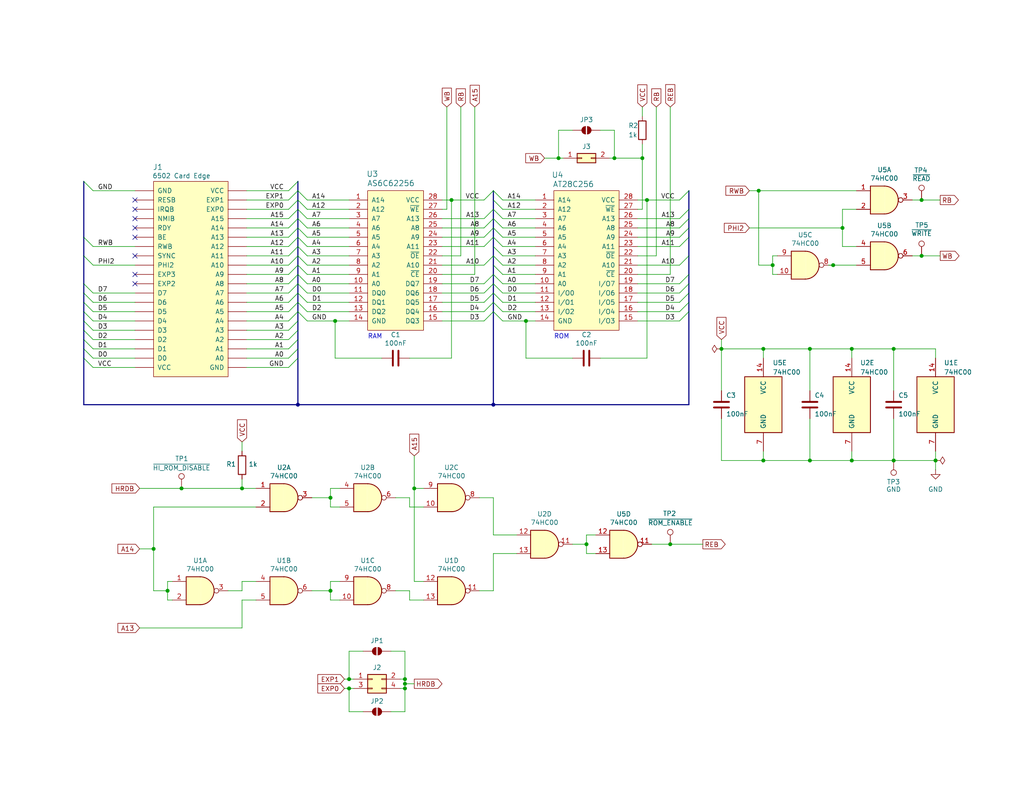
<source format=kicad_sch>
(kicad_sch (version 20231120) (generator "eeschema") (generator_version "8.0")
  (paper "USLetter")
  (title_block (title "6502 Memory Card") (date "2024-06-12") (rev "1.0") (company "A.C. Wright Design"))
  (lib_symbols
    (symbol "6502 Parts:6502 Card Edge" (pin_names (offset 1.016)) (in_bom no)
      (property "Reference" "J" (at -10.16 28.448 0))
      (property "Value" "6502 Card Edge" (at -5.588 26.924 0))
      (symbol "6502 Card Edge_1_0"
        (pin bidirectional line (at 15.24 -22.86 180) (length 5.08) (name "A0") (number "A0"))
        (pin bidirectional line (at 15.24 -20.32 180) (length 5.08) (name "A1") (number "A1"))
        (pin bidirectional line (at 15.24 2.54 180) (length 5.08) (name "A10") (number "A10"))
        (pin bidirectional line (at 15.24 5.08 180) (length 5.08) (name "A11") (number "A11"))
        (pin bidirectional line (at 15.24 7.62 180) (length 5.08) (name "A12") (number "A12"))
        (pin bidirectional line (at 15.24 10.16 180) (length 5.08) (name "A13") (number "A13"))
        (pin bidirectional line (at 15.24 12.7 180) (length 5.08) (name "A14") (number "A14"))
        (pin bidirectional line (at 15.24 15.24 180) (length 5.08) (name "A15") (number "A15"))
        (pin bidirectional line (at 15.24 -17.78 180) (length 5.08) (name "A2") (number "A2"))
        (pin bidirectional line (at 15.24 -15.24 180) (length 5.08) (name "A3") (number "A3"))
        (pin bidirectional line (at 15.24 -12.7 180) (length 5.08) (name "A4") (number "A4"))
        (pin bidirectional line (at 15.24 -10.16 180) (length 5.08) (name "A5") (number "A5"))
        (pin bidirectional line (at 15.24 -7.62 180) (length 5.08) (name "A6") (number "A6"))
        (pin bidirectional line (at 15.24 -5.08 180) (length 5.08) (name "A7") (number "A7"))
        (pin bidirectional line (at 15.24 -2.54 180) (length 5.08) (name "A8") (number "A8"))
        (pin bidirectional line (at 15.24 0 180) (length 5.08) (name "A9") (number "A9"))
        (pin bidirectional line (at -15.24 10.16 0) (length 5.08) (name "BE") (number "BE"))
        (pin bidirectional line (at -15.24 -22.86 0) (length 5.08) (name "D0") (number "D0"))
        (pin bidirectional line (at -15.24 -20.32 0) (length 5.08) (name "D1") (number "D1"))
        (pin bidirectional line (at -15.24 -17.78 0) (length 5.08) (name "D2") (number "D2"))
        (pin bidirectional line (at -15.24 -15.24 0) (length 5.08) (name "D3") (number "D3"))
        (pin bidirectional line (at -15.24 -12.7 0) (length 5.08) (name "D4") (number "D4"))
        (pin bidirectional line (at -15.24 -10.16 0) (length 5.08) (name "D5") (number "D5"))
        (pin bidirectional line (at -15.24 -7.62 0) (length 5.08) (name "D6") (number "D6"))
        (pin bidirectional line (at -15.24 -5.08 0) (length 5.08) (name "D7") (number "D7"))
        (pin bidirectional line (at 15.24 17.78 180) (length 5.08) (name "EXP0") (number "EXP0"))
        (pin bidirectional line (at 15.24 20.32 180) (length 5.08) (name "EXP1") (number "EXP1"))
        (pin bidirectional line (at -15.24 -2.54 0) (length 5.08) (name "EXP2") (number "EXP2"))
        (pin bidirectional line (at -15.24 0 0) (length 5.08) (name "EXP3") (number "EXP3"))
        (pin power_in line (at -15.24 22.86 0) (length 5.08) (name "GND") (number "GND"))
        (pin power_in line (at 15.24 -25.4 180) (length 5.08) (name "GND") (number "GND"))
        (pin bidirectional line (at -15.24 17.78 0) (length 5.08) (name "IRQB") (number "IRQB"))
        (pin bidirectional line (at -15.24 15.24 0) (length 5.08) (name "NMIB") (number "NMIB"))
        (pin bidirectional line (at -15.24 2.54 0) (length 5.08) (name "PHI2") (number "PHI2"))
        (pin bidirectional line (at -15.24 12.7 0) (length 5.08) (name "RDY") (number "RDY"))
        (pin bidirectional line (at -15.24 20.32 0) (length 5.08) (name "RESB") (number "RESB"))
        (pin bidirectional line (at -15.24 7.62 0) (length 5.08) (name "RWB") (number "RWB"))
        (pin bidirectional line (at -15.24 5.08 0) (length 5.08) (name "SYNC") (number "SYNC"))
        (pin power_in line (at -15.24 -25.4 0) (length 5.08) (name "VCC") (number "VCC"))
        (pin power_in line (at 15.24 22.86 180) (length 5.08) (name "VCC") (number "VCC"))
      )
    )
    (symbol "6502 Parts:AS6C62256" (pin_names (offset 1.016))
      (property "Reference" "U" (at 4.572 6.35 0))
      (property "Value" "AS6C62256" (at 4.826 4.064 0))
      (symbol "AS6C62256_1_0"
        (pin input line (at 0 0 0) (length 5.08) (name "A14") (number "1"))
        (pin input line (at 0 -22.86 0) (length 5.08) (name "A0") (number "10"))
        (pin bidirectional line (at 0 -25.4 0) (length 5.08) (name "DQ0") (number "11"))
        (pin bidirectional line (at 0 -27.94 0) (length 5.08) (name "DQ1") (number "12"))
        (pin bidirectional line (at 0 -30.48 0) (length 5.08) (name "DQ2") (number "13"))
        (pin power_in line (at 0 -33.02 0) (length 5.08) (name "GND") (number "14"))
        (pin bidirectional line (at 25.4 -33.02 180) (length 5.08) (name "DQ3") (number "15"))
        (pin bidirectional line (at 25.4 -30.48 180) (length 5.08) (name "DQ4") (number "16"))
        (pin bidirectional line (at 25.4 -27.94 180) (length 5.08) (name "DQ5") (number "17"))
        (pin bidirectional line (at 25.4 -25.4 180) (length 5.08) (name "DQ6") (number "18"))
        (pin bidirectional line (at 25.4 -22.86 180) (length 5.08) (name "DQ7") (number "19"))
        (pin input line (at 0 -2.54 0) (length 5.08) (name "A12") (number "2"))
        (pin input line (at 25.4 -20.32 180) (length 5.08) (name "~{CE}") (number "20"))
        (pin input line (at 25.4 -17.78 180) (length 5.08) (name "A10") (number "21"))
        (pin input line (at 25.4 -15.24 180) (length 5.08) (name "~{OE}") (number "22"))
        (pin input line (at 25.4 -12.7 180) (length 5.08) (name "A11") (number "23"))
        (pin input line (at 25.4 -10.16 180) (length 5.08) (name "A9") (number "24"))
        (pin input line (at 25.4 -7.62 180) (length 5.08) (name "A8") (number "25"))
        (pin input line (at 25.4 -5.08 180) (length 5.08) (name "A13") (number "26"))
        (pin input line (at 25.4 -2.54 180) (length 5.08) (name "~{WE}") (number "27"))
        (pin power_in line (at 25.4 0 180) (length 5.08) (name "VCC") (number "28"))
        (pin input line (at 0 -5.08 0) (length 5.08) (name "A7") (number "3"))
        (pin input line (at 0 -7.62 0) (length 5.08) (name "A6") (number "4"))
        (pin input line (at 0 -10.16 0) (length 5.08) (name "A5") (number "5"))
        (pin input line (at 0 -12.7 0) (length 5.08) (name "A4") (number "6"))
        (pin input line (at 0 -15.24 0) (length 5.08) (name "A3") (number "7"))
        (pin input line (at 0 -17.78 0) (length 5.08) (name "A2") (number "8"))
        (pin input line (at 0 -20.32 0) (length 5.08) (name "A1") (number "9"))
      )
    )
    (symbol "6502 Parts:AT28C256" (pin_names (offset 1.016))
      (property "Reference" "U" (at 4.826 6.858 0))
      (property "Value" "AT28C256" (at 4.826 4.318 0))
      (symbol "AT28C256_1_0"
        (pin bidirectional line (at 0 0 0) (length 5.08) (name "A14") (number "1"))
        (pin bidirectional line (at 0 -22.86 0) (length 5.08) (name "A0") (number "10"))
        (pin bidirectional line (at 0 -25.4 0) (length 5.08) (name "I/O0") (number "11"))
        (pin bidirectional line (at 0 -27.94 0) (length 5.08) (name "I/O1") (number "12"))
        (pin bidirectional line (at 0 -30.48 0) (length 5.08) (name "I/O2") (number "13"))
        (pin power_in line (at 0 -33.02 0) (length 5.08) (name "GND") (number "14"))
        (pin bidirectional line (at 27.94 -33.02 180) (length 5.08) (name "I/O3") (number "15"))
        (pin bidirectional line (at 27.94 -30.48 180) (length 5.08) (name "I/O4") (number "16"))
        (pin bidirectional line (at 27.94 -27.94 180) (length 5.08) (name "I/O5") (number "17"))
        (pin bidirectional line (at 27.94 -25.4 180) (length 5.08) (name "I/O6") (number "18"))
        (pin bidirectional line (at 27.94 -22.86 180) (length 5.08) (name "I/O7") (number "19"))
        (pin bidirectional line (at 0 -2.54 0) (length 5.08) (name "A12") (number "2"))
        (pin bidirectional line (at 27.94 -20.32 180) (length 5.08) (name "~{CE}") (number "20"))
        (pin bidirectional line (at 27.94 -17.78 180) (length 5.08) (name "A10") (number "21"))
        (pin bidirectional line (at 27.94 -15.24 180) (length 5.08) (name "~{OE}") (number "22"))
        (pin bidirectional line (at 27.94 -12.7 180) (length 5.08) (name "A11") (number "23"))
        (pin bidirectional line (at 27.94 -10.16 180) (length 5.08) (name "A9") (number "24"))
        (pin bidirectional line (at 27.94 -7.62 180) (length 5.08) (name "A8") (number "25"))
        (pin bidirectional line (at 27.94 -5.08 180) (length 5.08) (name "A13") (number "26"))
        (pin bidirectional line (at 27.94 -2.54 180) (length 5.08) (name "~{WE}") (number "27"))
        (pin power_in line (at 27.94 0 180) (length 5.08) (name "VCC") (number "28"))
        (pin bidirectional line (at 0 -5.08 0) (length 5.08) (name "A7") (number "3"))
        (pin bidirectional line (at 0 -7.62 0) (length 5.08) (name "A6") (number "4"))
        (pin bidirectional line (at 0 -10.16 0) (length 5.08) (name "A5") (number "5"))
        (pin bidirectional line (at 0 -12.7 0) (length 5.08) (name "A4") (number "6"))
        (pin bidirectional line (at 0 -15.24 0) (length 5.08) (name "A3") (number "7"))
        (pin bidirectional line (at 0 -17.78 0) (length 5.08) (name "A2") (number "8"))
        (pin bidirectional line (at 0 -20.32 0) (length 5.08) (name "A1") (number "9"))
      )
    )
    (symbol "74xx:74HC00" (pin_names (offset 1.016))
      (property "Reference" "U" (at 0 1.27 0))
      (property "Value" "74HC00" (at 0 -1.27 0))
      (symbol "74HC00_1_1"
        (pin input line (at -7.62 2.54 0) (length 3.81) (name "~") (number "1"))
        (pin input line (at -7.62 -2.54 0) (length 3.81) (name "~") (number "2"))
        (pin output inverted (at 7.62 0 180) (length 3.81) (name "~") (number "3"))
      )
      (symbol "74HC00_1_2"
        (pin input inverted (at -7.62 2.54 0) (length 4.318) (name "~") (number "1"))
        (pin input inverted (at -7.62 -2.54 0) (length 4.318) (name "~") (number "2"))
        (pin output line (at 7.62 0 180) (length 3.81) (name "~") (number "3"))
      )
      (symbol "74HC00_2_1"
        (pin input line (at -7.62 2.54 0) (length 3.81) (name "~") (number "4"))
        (pin input line (at -7.62 -2.54 0) (length 3.81) (name "~") (number "5"))
        (pin output inverted (at 7.62 0 180) (length 3.81) (name "~") (number "6"))
      )
      (symbol "74HC00_2_2"
        (pin input inverted (at -7.62 2.54 0) (length 4.318) (name "~") (number "4"))
        (pin input inverted (at -7.62 -2.54 0) (length 4.318) (name "~") (number "5"))
        (pin output line (at 7.62 0 180) (length 3.81) (name "~") (number "6"))
      )
      (symbol "74HC00_3_1"
        (pin input line (at -7.62 -2.54 0) (length 3.81) (name "~") (number "10"))
        (pin output inverted (at 7.62 0 180) (length 3.81) (name "~") (number "8"))
        (pin input line (at -7.62 2.54 0) (length 3.81) (name "~") (number "9"))
      )
      (symbol "74HC00_3_2"
        (pin input inverted (at -7.62 -2.54 0) (length 4.318) (name "~") (number "10"))
        (pin output line (at 7.62 0 180) (length 3.81) (name "~") (number "8"))
        (pin input inverted (at -7.62 2.54 0) (length 4.318) (name "~") (number "9"))
      )
      (symbol "74HC00_4_1"
        (pin output inverted (at 7.62 0 180) (length 3.81) (name "~") (number "11"))
        (pin input line (at -7.62 2.54 0) (length 3.81) (name "~") (number "12"))
        (pin input line (at -7.62 -2.54 0) (length 3.81) (name "~") (number "13"))
      )
      (symbol "74HC00_4_2"
        (pin output line (at 7.62 0 180) (length 3.81) (name "~") (number "11"))
        (pin input inverted (at -7.62 2.54 0) (length 4.318) (name "~") (number "12"))
        (pin input inverted (at -7.62 -2.54 0) (length 4.318) (name "~") (number "13"))
      )
      (symbol "74HC00_5_0"
        (pin power_in line (at 0 12.7 270) (length 5.08) (name "VCC") (number "14"))
        (pin power_in line (at 0 -12.7 90) (length 5.08) (name "GND") (number "7"))
      )
    )
    (symbol "Connector:TestPoint" (pin_numbers hide) (pin_names (offset 0.762) hide)
      (property "Reference" "TP" (at 0 6.858 0))
      (property "Value" "TestPoint" (at 0 5.08 0))
      (symbol "TestPoint_1_1"
        (pin passive line (at 0 0 90) (length 2.54) (name "1") (number "1"))
      )
    )
    (symbol "Connector_Generic:Conn_02x01" (pin_names (offset 1.016) hide)
      (property "Reference" "J" (at 1.27 2.54 0))
      (property "Value" "Conn_02x01" (at 1.27 -2.54 0))
      (symbol "Conn_02x01_1_1"
        (pin passive line (at -5.08 0 0) (length 3.81) (name "Pin_1") (number "1"))
        (pin passive line (at 7.62 0 180) (length 3.81) (name "Pin_2") (number "2"))
      )
    )
    (symbol "Connector_Generic:Conn_02x02_Odd_Even" (pin_names (offset 1.016) hide)
      (property "Reference" "J" (at 1.27 2.54 0))
      (property "Value" "Conn_02x02_Odd_Even" (at 1.27 -5.08 0))
      (symbol "Conn_02x02_Odd_Even_1_1"
        (pin passive line (at -5.08 0 0) (length 3.81) (name "Pin_1") (number "1"))
        (pin passive line (at 7.62 0 180) (length 3.81) (name "Pin_2") (number "2"))
        (pin passive line (at -5.08 -2.54 0) (length 3.81) (name "Pin_3") (number "3"))
        (pin passive line (at 7.62 -2.54 180) (length 3.81) (name "Pin_4") (number "4"))
      )
    )
    (symbol "Device:C" (pin_numbers hide) (pin_names (offset 0.254))
      (property "Reference" "C" (at 0.635 2.54 0))
      (property "Value" "C" (at 0.635 -2.54 0))
      (symbol "C_1_1"
        (pin passive line (at 0 3.81 270) (length 2.794) (name "~") (number "1"))
        (pin passive line (at 0 -3.81 90) (length 2.794) (name "~") (number "2"))
      )
    )
    (symbol "Device:R" (pin_numbers hide) (pin_names (offset 0))
      (property "Reference" "R" (at 2.032 0 90))
      (property "Value" "R" (at 0 0 90))
      (symbol "R_1_1"
        (pin passive line (at 0 3.81 270) (length 1.27) (name "~") (number "1"))
        (pin passive line (at 0 -3.81 90) (length 1.27) (name "~") (number "2"))
      )
    )
    (symbol "Jumper:SolderJumper_2_Open" (pin_numbers hide) (pin_names (offset 0) hide) (exclude_from_sim yes) (in_bom no)
      (property "Reference" "JP" (at 0 2.032 0))
      (property "Value" "SolderJumper_2_Open" (at 0 -2.54 0))
      (symbol "SolderJumper_2_Open_1_1"
        (pin passive line (at -3.81 0 0) (length 2.54) (name "A") (number "1"))
        (pin passive line (at 3.81 0 180) (length 2.54) (name "B") (number "2"))
      )
    )
    (symbol "power:GND" (power) (pin_numbers hide) (pin_names (offset 0) hide)
      (property "Value" "GND" (at 0 -3.81 0))
      (symbol "GND_1_1"
        (pin power_in line (at 0 0 270) (length 0) (name "~") (number "1"))
      )
    )
    (symbol "power:PWR_FLAG" (power) (pin_numbers hide) (pin_names (offset 0) hide)
      (property "Value" "PWR_FLAG" (at 0 3.81 0))
      (symbol "PWR_FLAG_0_0"
        (pin power_out line (at 0 0 90) (length 0) (name "~") (number "1"))
      )
    )
  )
  (junction (at 227.33 72.39))
  (junction (at 210.82 72.39))
  (junction (at 175.26 43.18))
  (junction (at 220.98 95.25))
  (junction (at 208.28 95.25))
  (junction (at 90.17 135.89))
  (junction (at 66.04 133.35))
  (junction (at 123.19 54.61))
  (junction (at 95.25 185.42))
  (junction (at 207.01 52.07))
  (junction (at 134.62 110.49))
  (junction (at 91.44 87.63))
  (junction (at 255.27 125.73))
  (junction (at 243.84 125.73))
  (junction (at 81.28 110.49))
  (junction (at 229.87 62.23))
  (junction (at 196.85 95.25))
  (junction (at 220.98 125.73))
  (junction (at 232.41 95.25))
  (junction (at 160.02 148.59))
  (junction (at 90.17 161.29))
  (junction (at 251.46 54.61))
  (junction (at 182.88 148.59))
  (junction (at 208.28 125.73))
  (junction (at 49.53 133.35))
  (junction (at 110.49 187.96))
  (junction (at 95.25 187.96))
  (junction (at 110.49 185.42))
  (junction (at 113.03 133.35))
  (junction (at 45.72 161.29))
  (junction (at 41.91 149.86))
  (junction (at 232.41 125.73))
  (junction (at 167.64 43.18))
  (junction (at 243.84 95.25))
  (junction (at 251.46 69.85))
  (junction (at 176.53 54.61))
  (junction (at 143.51 87.63))
  (junction (at 110.49 186.69))
  (junction (at 152.4 43.18))
  (no_connect (at 36.83 64.77))
  (no_connect (at 36.83 54.61))
  (no_connect (at 36.83 59.69))
  (no_connect (at 36.83 57.15))
  (no_connect (at 36.83 69.85))
  (no_connect (at 36.83 77.47))
  (no_connect (at 36.83 74.93))
  (no_connect (at 36.83 62.23))
  (bus_entry (at 134.62 64.77) (size 2.54 2.54))
  (bus_entry (at 81.28 77.47) (size 2.54 2.54))
  (bus_entry (at 187.96 62.23) (size -2.54 2.54))
  (bus_entry (at 78.74 100.33) (size 2.54 -2.54))
  (bus_entry (at 81.28 74.93) (size 2.54 2.54))
  (bus_entry (at 22.86 77.47) (size 2.54 2.54))
  (bus_entry (at 81.28 69.85) (size 2.54 2.54))
  (bus_entry (at 78.74 52.07) (size 2.54 -2.54))
  (bus_entry (at 134.62 85.09) (size -2.54 2.54))
  (bus_entry (at 81.28 54.61) (size 2.54 2.54))
  (bus_entry (at 81.28 67.31) (size 2.54 2.54))
  (bus_entry (at 81.28 92.71) (size -2.54 2.54))
  (bus_entry (at 81.28 59.69) (size -2.54 2.54))
  (bus_entry (at 22.86 49.53) (size 2.54 2.54))
  (bus_entry (at 22.86 97.79) (size 2.54 2.54))
  (bus_entry (at 81.28 80.01) (size -2.54 2.54))
  (bus_entry (at 134.62 80.01) (size -2.54 2.54))
  (bus_entry (at 187.96 74.93) (size -2.54 2.54))
  (bus_entry (at 134.62 82.55) (size 2.54 2.54))
  (bus_entry (at 81.28 82.55) (size -2.54 2.54))
  (bus_entry (at 187.96 52.07) (size -2.54 2.54))
  (bus_entry (at 81.28 64.77) (size -2.54 2.54))
  (bus_entry (at 81.28 52.07) (size 2.54 2.54))
  (bus_entry (at 81.28 72.39) (size -2.54 2.54))
  (bus_entry (at 81.28 95.25) (size -2.54 2.54))
  (bus_entry (at 22.86 80.01) (size 2.54 2.54))
  (bus_entry (at 134.62 80.01) (size 2.54 2.54))
  (bus_entry (at 134.62 74.93) (size -2.54 2.54))
  (bus_entry (at 134.62 74.93) (size 2.54 2.54))
  (bus_entry (at 134.62 57.15) (size 2.54 2.54))
  (bus_entry (at 134.62 54.61) (size 2.54 2.54))
  (bus_entry (at 187.96 64.77) (size -2.54 2.54))
  (bus_entry (at 81.28 62.23) (size -2.54 2.54))
  (bus_entry (at 22.86 87.63) (size 2.54 2.54))
  (bus_entry (at 22.86 90.17) (size 2.54 2.54))
  (bus_entry (at 134.62 62.23) (size -2.54 2.54))
  (bus_entry (at 81.28 87.63) (size -2.54 2.54))
  (bus_entry (at 134.62 52.07) (size -2.54 2.54))
  (bus_entry (at 81.28 69.85) (size -2.54 2.54))
  (bus_entry (at 81.28 57.15) (size -2.54 2.54))
  (bus_entry (at 134.62 77.47) (size -2.54 2.54))
  (bus_entry (at 134.62 85.09) (size 2.54 2.54))
  (bus_entry (at 134.62 72.39) (size 2.54 2.54))
  (bus_entry (at 81.28 74.93) (size -2.54 2.54))
  (bus_entry (at 22.86 85.09) (size 2.54 2.54))
  (bus_entry (at 81.28 59.69) (size 2.54 2.54))
  (bus_entry (at 187.96 85.09) (size -2.54 2.54))
  (bus_entry (at 134.62 52.07) (size 2.54 2.54))
  (bus_entry (at 81.28 72.39) (size 2.54 2.54))
  (bus_entry (at 81.28 54.61) (size -2.54 2.54))
  (bus_entry (at 187.96 59.69) (size -2.54 2.54))
  (bus_entry (at 187.96 77.47) (size -2.54 2.54))
  (bus_entry (at 81.28 85.09) (size -2.54 2.54))
  (bus_entry (at 22.86 82.55) (size 2.54 2.54))
  (bus_entry (at 81.28 62.23) (size 2.54 2.54))
  (bus_entry (at 81.28 77.47) (size -2.54 2.54))
  (bus_entry (at 81.28 67.31) (size -2.54 2.54))
  (bus_entry (at 22.86 92.71) (size 2.54 2.54))
  (bus_entry (at 81.28 57.15) (size 2.54 2.54))
  (bus_entry (at 187.96 80.01) (size -2.54 2.54))
  (bus_entry (at 134.62 62.23) (size 2.54 2.54))
  (bus_entry (at 22.86 95.25) (size 2.54 2.54))
  (bus_entry (at 134.62 59.69) (size 2.54 2.54))
  (bus_entry (at 134.62 69.85) (size 2.54 2.54))
  (bus_entry (at 187.96 57.15) (size -2.54 2.54))
  (bus_entry (at 187.96 69.85) (size -2.54 2.54))
  (bus_entry (at 134.62 59.69) (size -2.54 2.54))
  (bus_entry (at 134.62 77.47) (size 2.54 2.54))
  (bus_entry (at 81.28 90.17) (size -2.54 2.54))
  (bus_entry (at 22.86 69.85) (size 2.54 2.54))
  (bus_entry (at 81.28 80.01) (size 2.54 2.54))
  (bus_entry (at 134.62 57.15) (size -2.54 2.54))
  (bus_entry (at 134.62 64.77) (size -2.54 2.54))
  (bus_entry (at 134.62 67.31) (size 2.54 2.54))
  (bus_entry (at 81.28 52.07) (size -2.54 2.54))
  (bus_entry (at 134.62 69.85) (size -2.54 2.54))
  (bus_entry (at 134.62 82.55) (size -2.54 2.54))
  (bus_entry (at 81.28 64.77) (size 2.54 2.54))
  (bus_entry (at 22.86 64.77) (size 2.54 2.54))
  (bus_entry (at 187.96 82.55) (size -2.54 2.54))
  (bus_entry (at 81.28 85.09) (size 2.54 2.54))
  (bus_entry (at 81.28 82.55) (size 2.54 2.54))
  (wire (pts (xy 137.16 54.61) (xy 146.05 54.61)))
  (wire (pts (xy 120.65 69.85) (xy 125.73 69.85)))
  (wire (pts (xy 196.85 114.3) (xy 196.85 125.73)))
  (wire (pts (xy 185.42 64.77) (xy 173.99 64.77)))
  (wire (pts (xy 167.64 43.18) (xy 175.26 43.18)))
  (wire (pts (xy 185.42 82.55) (xy 173.99 82.55)))
  (wire (pts (xy 232.41 125.73) (xy 232.41 123.19)))
  (wire (pts (xy 41.91 149.86) (xy 41.91 138.43)))
  (wire (pts (xy 36.83 87.63) (xy 25.4 87.63)))
  (wire (pts (xy 166.37 43.18) (xy 167.64 43.18)))
  (wire (pts (xy 229.87 57.15) (xy 229.87 62.23)))
  (wire (pts (xy 113.03 158.75) (xy 115.57 158.75)))
  (wire (pts (xy 212.09 74.93) (xy 210.82 74.93)))
  (wire (pts (xy 185.42 59.69) (xy 173.99 59.69)))
  (wire (pts (xy 132.08 72.39) (xy 120.65 72.39)))
  (wire (pts (xy 232.41 95.25) (xy 243.84 95.25)))
  (wire (pts (xy 95.25 177.8) (xy 99.06 177.8)))
  (wire (pts (xy 113.03 133.35) (xy 113.03 158.75)))
  (bus (pts (xy 81.28 97.79) (xy 81.28 110.49)))
  (wire (pts (xy 111.76 97.79) (xy 123.19 97.79)))
  (wire (pts (xy 95.25 87.63) (xy 91.44 87.63)))
  (wire (pts (xy 67.31 64.77) (xy 78.74 64.77)))
  (bus (pts (xy 134.62 82.55) (xy 134.62 85.09)))
  (wire (pts (xy 176.53 97.79) (xy 176.53 54.61)))
  (bus (pts (xy 81.28 62.23) (xy 81.28 64.77)))
  (wire (pts (xy 36.83 82.55) (xy 25.4 82.55)))
  (wire (pts (xy 229.87 62.23) (xy 204.47 62.23)))
  (wire (pts (xy 45.72 161.29) (xy 41.91 161.29)))
  (wire (pts (xy 132.08 67.31) (xy 120.65 67.31)))
  (wire (pts (xy 243.84 125.73) (xy 255.27 125.73)))
  (wire (pts (xy 90.17 138.43) (xy 92.71 138.43)))
  (wire (pts (xy 95.25 194.31) (xy 99.06 194.31)))
  (bus (pts (xy 187.96 77.47) (xy 187.96 80.01)))
  (wire (pts (xy 36.83 97.79) (xy 25.4 97.79)))
  (wire (pts (xy 196.85 125.73) (xy 208.28 125.73)))
  (wire (pts (xy 95.25 74.93) (xy 83.82 74.93)))
  (wire (pts (xy 95.25 80.01) (xy 83.82 80.01)))
  (bus (pts (xy 134.62 69.85) (xy 134.62 72.39)))
  (wire (pts (xy 196.85 95.25) (xy 208.28 95.25)))
  (bus (pts (xy 134.62 52.07) (xy 134.62 54.61)))
  (wire (pts (xy 120.65 80.01) (xy 132.08 80.01)))
  (wire (pts (xy 95.25 194.31) (xy 95.25 187.96)))
  (wire (pts (xy 83.82 67.31) (xy 95.25 67.31)))
  (wire (pts (xy 25.4 95.25) (xy 36.83 95.25)))
  (wire (pts (xy 111.76 161.29) (xy 107.95 161.29)))
  (wire (pts (xy 36.83 92.71) (xy 25.4 92.71)))
  (wire (pts (xy 90.17 163.83) (xy 92.71 163.83)))
  (wire (pts (xy 210.82 69.85) (xy 212.09 69.85)))
  (bus (pts (xy 187.96 62.23) (xy 187.96 64.77)))
  (wire (pts (xy 90.17 135.89) (xy 90.17 138.43)))
  (wire (pts (xy 25.4 52.07) (xy 36.83 52.07)))
  (bus (pts (xy 187.96 82.55) (xy 187.96 85.09)))
  (wire (pts (xy 45.72 163.83) (xy 46.99 163.83)))
  (wire (pts (xy 210.82 74.93) (xy 210.82 72.39)))
  (wire (pts (xy 146.05 57.15) (xy 137.16 57.15)))
  (wire (pts (xy 210.82 72.39) (xy 210.82 69.85)))
  (wire (pts (xy 173.99 74.93) (xy 182.88 74.93)))
  (wire (pts (xy 220.98 106.68) (xy 220.98 95.25)))
  (bus (pts (xy 22.86 110.49) (xy 81.28 110.49)))
  (wire (pts (xy 25.4 67.31) (xy 36.83 67.31)))
  (wire (pts (xy 255.27 125.73) (xy 255.27 128.27)))
  (wire (pts (xy 41.91 138.43) (xy 69.85 138.43)))
  (wire (pts (xy 83.82 85.09) (xy 95.25 85.09)))
  (wire (pts (xy 220.98 114.3) (xy 220.98 125.73)))
  (bus (pts (xy 22.86 95.25) (xy 22.86 97.79)))
  (wire (pts (xy 207.01 52.07) (xy 233.68 52.07)))
  (bus (pts (xy 22.86 64.77) (xy 22.86 69.85)))
  (wire (pts (xy 173.99 62.23) (xy 185.42 62.23)))
  (wire (pts (xy 106.68 177.8) (xy 110.49 177.8)))
  (wire (pts (xy 110.49 186.69) (xy 113.03 186.69)))
  (wire (pts (xy 83.82 57.15) (xy 95.25 57.15)))
  (wire (pts (xy 120.65 77.47) (xy 132.08 77.47)))
  (wire (pts (xy 132.08 85.09) (xy 120.65 85.09)))
  (wire (pts (xy 132.08 62.23) (xy 120.65 62.23)))
  (wire (pts (xy 196.85 95.25) (xy 196.85 92.71)))
  (wire (pts (xy 134.62 135.89) (xy 134.62 146.05)))
  (wire (pts (xy 46.99 158.75) (xy 45.72 158.75)))
  (bus (pts (xy 134.62 57.15) (xy 134.62 59.69)))
  (bus (pts (xy 22.86 69.85) (xy 22.86 77.47)))
  (wire (pts (xy 83.82 72.39) (xy 95.25 72.39)))
  (bus (pts (xy 187.96 80.01) (xy 187.96 82.55)))
  (wire (pts (xy 220.98 125.73) (xy 232.41 125.73)))
  (wire (pts (xy 255.27 125.73) (xy 255.27 123.19)))
  (wire (pts (xy 137.16 59.69) (xy 146.05 59.69)))
  (bus (pts (xy 81.28 59.69) (xy 81.28 62.23)))
  (wire (pts (xy 115.57 163.83) (xy 111.76 163.83)))
  (bus (pts (xy 81.28 72.39) (xy 81.28 74.93)))
  (wire (pts (xy 67.31 82.55) (xy 78.74 82.55)))
  (wire (pts (xy 146.05 87.63) (xy 143.51 87.63)))
  (wire (pts (xy 176.53 54.61) (xy 185.42 54.61)))
  (wire (pts (xy 25.4 80.01) (xy 36.83 80.01)))
  (wire (pts (xy 173.99 72.39) (xy 185.42 72.39)))
  (wire (pts (xy 137.16 74.93) (xy 146.05 74.93)))
  (wire (pts (xy 248.92 54.61) (xy 251.46 54.61)))
  (wire (pts (xy 140.97 151.13) (xy 134.62 151.13)))
  (wire (pts (xy 185.42 87.63) (xy 173.99 87.63)))
  (bus (pts (xy 134.62 74.93) (xy 134.62 77.47)))
  (wire (pts (xy 83.82 64.77) (xy 95.25 64.77)))
  (wire (pts (xy 232.41 125.73) (xy 243.84 125.73)))
  (wire (pts (xy 137.16 85.09) (xy 146.05 85.09)))
  (bus (pts (xy 22.86 87.63) (xy 22.86 90.17)))
  (wire (pts (xy 67.31 95.25) (xy 78.74 95.25)))
  (wire (pts (xy 243.84 95.25) (xy 255.27 95.25)))
  (wire (pts (xy 67.31 52.07) (xy 78.74 52.07)))
  (bus (pts (xy 81.28 52.07) (xy 81.28 54.61)))
  (wire (pts (xy 132.08 87.63) (xy 120.65 87.63)))
  (wire (pts (xy 143.51 87.63) (xy 143.51 97.79)))
  (wire (pts (xy 113.03 133.35) (xy 113.03 124.46)))
  (wire (pts (xy 208.28 97.79) (xy 208.28 95.25)))
  (wire (pts (xy 163.83 97.79) (xy 176.53 97.79)))
  (wire (pts (xy 248.92 69.85) (xy 251.46 69.85)))
  (wire (pts (xy 210.82 72.39) (xy 207.01 72.39)))
  (wire (pts (xy 208.28 125.73) (xy 220.98 125.73)))
  (wire (pts (xy 95.25 54.61) (xy 83.82 54.61)))
  (wire (pts (xy 45.72 158.75) (xy 45.72 161.29)))
  (wire (pts (xy 90.17 133.35) (xy 90.17 135.89)))
  (wire (pts (xy 111.76 135.89) (xy 107.95 135.89)))
  (wire (pts (xy 163.83 35.56) (xy 167.64 35.56)))
  (bus (pts (xy 81.28 64.77) (xy 81.28 67.31)))
  (wire (pts (xy 111.76 138.43) (xy 111.76 135.89)))
  (wire (pts (xy 160.02 151.13) (xy 162.56 151.13)))
  (bus (pts (xy 81.28 87.63) (xy 81.28 90.17)))
  (wire (pts (xy 110.49 187.96) (xy 110.49 194.31)))
  (wire (pts (xy 96.52 187.96) (xy 95.25 187.96)))
  (wire (pts (xy 173.99 57.15) (xy 175.26 57.15)))
  (wire (pts (xy 91.44 87.63) (xy 91.44 97.79)))
  (wire (pts (xy 110.49 194.31) (xy 106.68 194.31)))
  (wire (pts (xy 49.53 133.35) (xy 38.1 133.35)))
  (wire (pts (xy 67.31 87.63) (xy 78.74 87.63)))
  (wire (pts (xy 251.46 54.61) (xy 256.54 54.61)))
  (wire (pts (xy 110.49 177.8) (xy 110.49 185.42)))
  (wire (pts (xy 182.88 148.59) (xy 191.77 148.59)))
  (wire (pts (xy 134.62 161.29) (xy 134.62 151.13)))
  (wire (pts (xy 25.4 90.17) (xy 36.83 90.17)))
  (wire (pts (xy 67.31 69.85) (xy 78.74 69.85)))
  (wire (pts (xy 160.02 148.59) (xy 160.02 151.13)))
  (wire (pts (xy 175.26 31.75) (xy 175.26 29.21)))
  (wire (pts (xy 130.81 161.29) (xy 134.62 161.29)))
  (wire (pts (xy 146.05 72.39) (xy 137.16 72.39)))
  (bus (pts (xy 187.96 69.85) (xy 187.96 74.93)))
  (wire (pts (xy 111.76 163.83) (xy 111.76 161.29)))
  (wire (pts (xy 208.28 95.25) (xy 220.98 95.25)))
  (wire (pts (xy 92.71 133.35) (xy 90.17 133.35)))
  (wire (pts (xy 175.26 57.15) (xy 175.26 43.18)))
  (bus (pts (xy 81.28 95.25) (xy 81.28 97.79)))
  (wire (pts (xy 115.57 133.35) (xy 113.03 133.35)))
  (wire (pts (xy 255.27 95.25) (xy 255.27 97.79)))
  (wire (pts (xy 177.8 148.59) (xy 182.88 148.59)))
  (wire (pts (xy 207.01 52.07) (xy 204.47 52.07)))
  (wire (pts (xy 95.25 177.8) (xy 95.25 185.42)))
  (bus (pts (xy 81.28 82.55) (xy 81.28 85.09)))
  (wire (pts (xy 78.74 85.09) (xy 67.31 85.09)))
  (wire (pts (xy 25.4 85.09) (xy 36.83 85.09)))
  (wire (pts (xy 90.17 161.29) (xy 90.17 163.83)))
  (wire (pts (xy 78.74 90.17) (xy 67.31 90.17)))
  (wire (pts (xy 78.74 97.79) (xy 67.31 97.79)))
  (wire (pts (xy 83.82 59.69) (xy 95.25 59.69)))
  (wire (pts (xy 95.25 185.42) (xy 93.98 185.42)))
  (bus (pts (xy 81.28 110.49) (xy 134.62 110.49)))
  (bus (pts (xy 134.62 54.61) (xy 134.62 57.15)))
  (wire (pts (xy 120.65 59.69) (xy 132.08 59.69)))
  (wire (pts (xy 67.31 77.47) (xy 78.74 77.47)))
  (bus (pts (xy 187.96 85.09) (xy 187.96 110.49)))
  (wire (pts (xy 67.31 54.61) (xy 78.74 54.61)))
  (wire (pts (xy 173.99 85.09) (xy 185.42 85.09)))
  (wire (pts (xy 69.85 133.35) (xy 66.04 133.35)))
  (wire (pts (xy 109.22 185.42) (xy 110.49 185.42)))
  (wire (pts (xy 120.65 82.55) (xy 132.08 82.55)))
  (wire (pts (xy 129.54 74.93) (xy 129.54 29.21)))
  (bus (pts (xy 81.28 69.85) (xy 81.28 72.39)))
  (wire (pts (xy 226.06 72.39) (xy 227.33 72.39)))
  (wire (pts (xy 173.99 54.61) (xy 176.53 54.61)))
  (wire (pts (xy 67.31 92.71) (xy 78.74 92.71)))
  (wire (pts (xy 66.04 130.81) (xy 66.04 133.35)))
  (wire (pts (xy 160.02 146.05) (xy 160.02 148.59)))
  (wire (pts (xy 146.05 82.55) (xy 137.16 82.55)))
  (wire (pts (xy 67.31 59.69) (xy 78.74 59.69)))
  (bus (pts (xy 134.62 62.23) (xy 134.62 64.77)))
  (wire (pts (xy 130.81 135.89) (xy 134.62 135.89)))
  (wire (pts (xy 66.04 158.75) (xy 69.85 158.75)))
  (bus (pts (xy 81.28 54.61) (xy 81.28 57.15)))
  (wire (pts (xy 25.4 100.33) (xy 36.83 100.33)))
  (wire (pts (xy 66.04 133.35) (xy 49.53 133.35)))
  (bus (pts (xy 134.62 77.47) (xy 134.62 80.01)))
  (wire (pts (xy 207.01 72.39) (xy 207.01 52.07)))
  (bus (pts (xy 22.86 92.71) (xy 22.86 95.25)))
  (wire (pts (xy 120.65 74.93) (xy 129.54 74.93)))
  (bus (pts (xy 22.86 82.55) (xy 22.86 85.09)))
  (wire (pts (xy 123.19 97.79) (xy 123.19 54.61)))
  (wire (pts (xy 227.33 72.39) (xy 233.68 72.39)))
  (bus (pts (xy 22.86 85.09) (xy 22.86 87.63)))
  (wire (pts (xy 162.56 146.05) (xy 160.02 146.05)))
  (wire (pts (xy 156.21 35.56) (xy 152.4 35.56)))
  (wire (pts (xy 110.49 187.96) (xy 109.22 187.96)))
  (wire (pts (xy 90.17 158.75) (xy 92.71 158.75)))
  (wire (pts (xy 66.04 123.19) (xy 66.04 120.65)))
  (wire (pts (xy 229.87 67.31) (xy 233.68 67.31)))
  (wire (pts (xy 167.64 35.56) (xy 167.64 43.18)))
  (wire (pts (xy 83.82 82.55) (xy 95.25 82.55)))
  (wire (pts (xy 66.04 163.83) (xy 66.04 171.45)))
  (bus (pts (xy 187.96 52.07) (xy 187.96 57.15)))
  (wire (pts (xy 185.42 77.47) (xy 173.99 77.47)))
  (bus (pts (xy 22.86 80.01) (xy 22.86 82.55)))
  (wire (pts (xy 233.68 57.15) (xy 229.87 57.15)))
  (wire (pts (xy 232.41 95.25) (xy 232.41 97.79)))
  (wire (pts (xy 173.99 67.31) (xy 185.42 67.31)))
  (wire (pts (xy 146.05 77.47) (xy 137.16 77.47)))
  (wire (pts (xy 143.51 87.63) (xy 137.16 87.63)))
  (wire (pts (xy 146.05 62.23) (xy 137.16 62.23)))
  (bus (pts (xy 134.62 67.31) (xy 134.62 69.85)))
  (wire (pts (xy 137.16 64.77) (xy 146.05 64.77)))
  (bus (pts (xy 187.96 64.77) (xy 187.96 69.85)))
  (wire (pts (xy 91.44 87.63) (xy 83.82 87.63)))
  (wire (pts (xy 85.09 161.29) (xy 90.17 161.29)))
  (bus (pts (xy 81.28 90.17) (xy 81.28 92.71)))
  (wire (pts (xy 95.25 62.23) (xy 83.82 62.23)))
  (wire (pts (xy 41.91 149.86) (xy 38.1 149.86)))
  (bus (pts (xy 134.62 64.77) (xy 134.62 67.31)))
  (wire (pts (xy 137.16 69.85) (xy 146.05 69.85)))
  (wire (pts (xy 173.99 80.01) (xy 185.42 80.01)))
  (wire (pts (xy 69.85 163.83) (xy 66.04 163.83)))
  (wire (pts (xy 41.91 161.29) (xy 41.91 149.86)))
  (bus (pts (xy 187.96 57.15) (xy 187.96 59.69)))
  (wire (pts (xy 67.31 74.93) (xy 78.74 74.93)))
  (wire (pts (xy 123.19 54.61) (xy 132.08 54.61)))
  (bus (pts (xy 81.28 85.09) (xy 81.28 87.63)))
  (wire (pts (xy 175.26 43.18) (xy 175.26 39.37)))
  (wire (pts (xy 95.25 69.85) (xy 83.82 69.85)))
  (wire (pts (xy 251.46 69.85) (xy 256.54 69.85)))
  (bus (pts (xy 81.28 92.71) (xy 81.28 95.25)))
  (bus (pts (xy 81.28 74.93) (xy 81.28 77.47)))
  (wire (pts (xy 91.44 97.79) (xy 104.14 97.79)))
  (wire (pts (xy 83.82 77.47) (xy 95.25 77.47)))
  (bus (pts (xy 134.62 72.39) (xy 134.62 74.93)))
  (wire (pts (xy 78.74 80.01) (xy 67.31 80.01)))
  (bus (pts (xy 134.62 59.69) (xy 134.62 62.23)))
  (wire (pts (xy 78.74 62.23) (xy 67.31 62.23)))
  (wire (pts (xy 120.65 57.15) (xy 121.92 57.15)))
  (wire (pts (xy 156.21 148.59) (xy 160.02 148.59)))
  (wire (pts (xy 220.98 95.25) (xy 232.41 95.25)))
  (wire (pts (xy 110.49 186.69) (xy 110.49 187.96)))
  (bus (pts (xy 81.28 80.01) (xy 81.28 82.55)))
  (wire (pts (xy 96.52 185.42) (xy 95.25 185.42)))
  (wire (pts (xy 90.17 158.75) (xy 90.17 161.29)))
  (wire (pts (xy 67.31 100.33) (xy 78.74 100.33)))
  (bus (pts (xy 134.62 80.01) (xy 134.62 82.55)))
  (wire (pts (xy 179.07 69.85) (xy 179.07 29.21)))
  (wire (pts (xy 110.49 185.42) (xy 110.49 186.69)))
  (wire (pts (xy 243.84 114.3) (xy 243.84 125.73)))
  (wire (pts (xy 208.28 125.73) (xy 208.28 123.19)))
  (wire (pts (xy 66.04 171.45) (xy 38.1 171.45)))
  (bus (pts (xy 22.86 49.53) (xy 22.86 64.77)))
  (wire (pts (xy 120.65 64.77) (xy 132.08 64.77)))
  (bus (pts (xy 134.62 110.49) (xy 187.96 110.49)))
  (wire (pts (xy 62.23 161.29) (xy 66.04 161.29)))
  (wire (pts (xy 229.87 62.23) (xy 229.87 67.31)))
  (wire (pts (xy 173.99 69.85) (xy 179.07 69.85)))
  (bus (pts (xy 81.28 77.47) (xy 81.28 80.01)))
  (wire (pts (xy 78.74 67.31) (xy 67.31 67.31)))
  (wire (pts (xy 120.65 54.61) (xy 123.19 54.61)))
  (wire (pts (xy 143.51 97.79) (xy 156.21 97.79)))
  (wire (pts (xy 45.72 161.29) (xy 45.72 163.83)))
  (bus (pts (xy 22.86 77.47) (xy 22.86 80.01)))
  (bus (pts (xy 22.86 97.79) (xy 22.86 110.49)))
  (wire (pts (xy 146.05 67.31) (xy 137.16 67.31)))
  (wire (pts (xy 153.67 43.18) (xy 152.4 43.18)))
  (bus (pts (xy 187.96 74.93) (xy 187.96 77.47)))
  (wire (pts (xy 196.85 95.25) (xy 196.85 106.68)))
  (bus (pts (xy 134.62 85.09) (xy 134.62 110.49)))
  (wire (pts (xy 243.84 95.25) (xy 243.84 106.68)))
  (wire (pts (xy 137.16 80.01) (xy 146.05 80.01)))
  (wire (pts (xy 134.62 146.05) (xy 140.97 146.05)))
  (wire (pts (xy 25.4 72.39) (xy 36.83 72.39)))
  (wire (pts (xy 85.09 135.89) (xy 90.17 135.89)))
  (wire (pts (xy 78.74 57.15) (xy 67.31 57.15)))
  (wire (pts (xy 152.4 35.56) (xy 152.4 43.18)))
  (wire (pts (xy 152.4 43.18) (xy 148.59 43.18)))
  (wire (pts (xy 66.04 161.29) (xy 66.04 158.75)))
  (wire (pts (xy 115.57 138.43) (xy 111.76 138.43)))
  (wire (pts (xy 78.74 72.39) (xy 67.31 72.39)))
  (wire (pts (xy 182.88 74.93) (xy 182.88 29.21)))
  (wire (pts (xy 125.73 69.85) (xy 125.73 29.21)))
  (bus (pts (xy 22.86 90.17) (xy 22.86 92.71)))
  (bus (pts (xy 81.28 67.31) (xy 81.28 69.85)))
  (bus (pts (xy 187.96 59.69) (xy 187.96 62.23)))
  (bus (pts (xy 81.28 57.15) (xy 81.28 59.69)))
  (wire (pts (xy 95.25 187.96) (xy 93.98 187.96)))
  (bus (pts (xy 81.28 49.53) (xy 81.28 52.07)))
  (wire (pts (xy 121.92 57.15) (xy 121.92 29.21)))
  (text "RAM" (at 100.33 92.71 0) (effects (font (size 1.27 1.27)) (justify left bottom)))
  (text "ROM" (at 151.13 92.71 0) (effects (font (size 1.27 1.27)) (justify left bottom)))
  (label "VCC" (at 26.67 100.33 0))
  (label "A2" (at 138.43 72.39 0))
  (label "A7" (at 85.09 59.69 0))
  (label "GND" (at 85.09 87.63 0))
  (label "RWB" (at 26.67 67.31 0))
  (label "A13" (at 184.15 59.69 180))
  (label "A8" (at 130.81 62.23 180))
  (label "A8" (at 77.47 77.47 180))
  (label "A12" (at 77.47 67.31 180))
  (label "VCC" (at 130.81 54.61 180))
  (label "D0" (at 26.67 97.79 0))
  (label "A1" (at 85.09 74.93 0))
  (label "A13" (at 130.81 59.69 180))
  (label "D3" (at 184.15 87.63 180))
  (label "A3" (at 85.09 69.85 0))
  (label "A4" (at 85.09 67.31 0))
  (label "D0" (at 138.43 80.01 0))
  (label "A0" (at 77.47 97.79 180))
  (label "EXP0" (at 77.47 57.15 180))
  (label "D5" (at 130.81 82.55 180))
  (label "PHI2" (at 26.67 72.39 0))
  (label "VCC" (at 73.66 52.07 0))
  (label "A14" (at 77.47 62.23 180))
  (label "A0" (at 85.09 77.47 0))
  (label "A6" (at 77.47 82.55 180))
  (label "A13" (at 77.47 64.77 180))
  (label "D5" (at 184.15 82.55 180))
  (label "A10" (at 130.81 72.39 180))
  (label "A5" (at 138.43 64.77 0))
  (label "A7" (at 138.43 59.69 0))
  (label "A1" (at 77.47 95.25 180))
  (label "A6" (at 85.09 62.23 0))
  (label "D7" (at 26.67 80.01 0))
  (label "D1" (at 85.09 82.55 0))
  (label "A5" (at 77.47 85.09 180))
  (label "A3" (at 77.47 90.17 180))
  (label "D5" (at 26.67 85.09 0))
  (label "A2" (at 77.47 92.71 180))
  (label "A9" (at 184.15 64.77 180))
  (label "A9" (at 130.81 64.77 180))
  (label "D3" (at 130.81 87.63 180))
  (label "GND" (at 77.47 100.33 180))
  (label "D1" (at 26.67 95.25 0))
  (label "D6" (at 130.81 80.01 180))
  (label "D0" (at 85.09 80.01 0))
  (label "VCC" (at 184.15 54.61 180))
  (label "A0" (at 138.43 77.47 0))
  (label "A14" (at 138.43 54.61 0))
  (label "A4" (at 138.43 67.31 0))
  (label "GND" (at 26.67 52.07 0))
  (label "D7" (at 130.81 77.47 180))
  (label "A10" (at 184.15 72.39 180))
  (label "D2" (at 26.67 92.71 0))
  (label "A9" (at 77.47 74.93 180))
  (label "D7" (at 184.15 77.47 180))
  (label "A11" (at 77.47 69.85 180))
  (label "D1" (at 138.43 82.55 0))
  (label "A8" (at 184.15 62.23 180))
  (label "A3" (at 138.43 69.85 0))
  (label "A15" (at 77.47 59.69 180))
  (label "A4" (at 77.47 87.63 180))
  (label "A6" (at 138.43 62.23 0))
  (label "D2" (at 85.09 85.09 0))
  (label "A2" (at 85.09 72.39 0))
  (label "D4" (at 130.81 85.09 180))
  (label "A11" (at 184.15 67.31 180))
  (label "EXP1" (at 77.47 54.61 180))
  (label "A11" (at 130.81 67.31 180))
  (label "A1" (at 138.43 74.93 0))
  (label "D6" (at 184.15 80.01 180))
  (label "D3" (at 26.67 90.17 0))
  (label "D4" (at 184.15 85.09 180))
  (label "D6" (at 26.67 82.55 0))
  (label "D2" (at 138.43 85.09 0))
  (label "A10" (at 77.47 72.39 180))
  (label "GND" (at 138.43 87.63 0))
  (label "A14" (at 85.09 54.61 0))
  (label "A12" (at 85.09 57.15 0))
  (label "A12" (at 138.43 57.15 0))
  (label "D4" (at 26.67 87.63 0))
  (label "A7" (at 77.47 80.01 180))
  (label "A5" (at 85.09 64.77 0))
  (global_label "PHI2" (shape input) (at 204.47 62.23 180) (property "Intersheetrefs" "${INTERSHEET_REFS}" (effects (hide yes))))
  (global_label "REB" (shape output) (at 191.77 148.59 0) (property "Intersheetrefs" "${INTERSHEET_REFS}" (effects (hide yes))))
  (global_label "WB" (shape output) (at 256.54 69.85 0) (property "Intersheetrefs" "${INTERSHEET_REFS}" (effects (hide yes))))
  (global_label "VCC" (shape input) (at 196.85 92.71 90) (property "Intersheetrefs" "${INTERSHEET_REFS}" (effects (hide yes))))
  (global_label "VCC" (shape input) (at 66.04 120.65 90) (property "Intersheetrefs" "${INTERSHEET_REFS}" (effects (hide yes))))
  (global_label "RWB" (shape input) (at 204.47 52.07 180) (property "Intersheetrefs" "${INTERSHEET_REFS}" (effects (hide yes))))
  (global_label "RB" (shape input) (at 125.73 29.21 90) (property "Intersheetrefs" "${INTERSHEET_REFS}" (effects (hide yes))))
  (global_label "REB" (shape input) (at 182.88 29.21 90) (property "Intersheetrefs" "${INTERSHEET_REFS}" (effects (hide yes))))
  (global_label "VCC" (shape input) (at 175.26 29.21 90) (property "Intersheetrefs" "${INTERSHEET_REFS}" (effects (hide yes))))
  (global_label "HRDB" (shape output) (at 113.03 186.69 0) (property "Intersheetrefs" "${INTERSHEET_REFS}" (effects (hide yes))))
  (global_label "RB" (shape output) (at 256.54 54.61 0) (property "Intersheetrefs" "${INTERSHEET_REFS}" (effects (hide yes))))
  (global_label "RB" (shape input) (at 179.07 29.21 90) (property "Intersheetrefs" "${INTERSHEET_REFS}" (effects (hide yes))))
  (global_label "EXP1" (shape input) (at 93.98 185.42 180) (property "Intersheetrefs" "${INTERSHEET_REFS}" (effects (hide yes))))
  (global_label "HRDB" (shape input) (at 38.1 133.35 180) (property "Intersheetrefs" "${INTERSHEET_REFS}" (effects (hide yes))))
  (global_label "A15" (shape input) (at 113.03 124.46 90) (property "Intersheetrefs" "${INTERSHEET_REFS}" (effects (hide yes))))
  (global_label "A14" (shape input) (at 38.1 149.86 180) (property "Intersheetrefs" "${INTERSHEET_REFS}" (effects (hide yes))))
  (global_label "EXP0" (shape input) (at 93.98 187.96 180) (property "Intersheetrefs" "${INTERSHEET_REFS}" (effects (hide yes))))
  (global_label "WB" (shape input) (at 121.92 29.21 90) (property "Intersheetrefs" "${INTERSHEET_REFS}" (effects (hide yes))))
  (global_label "A15" (shape input) (at 129.54 29.21 90) (property "Intersheetrefs" "${INTERSHEET_REFS}" (effects (hide yes))))
  (global_label "WB" (shape input) (at 148.59 43.18 180) (property "Intersheetrefs" "${INTERSHEET_REFS}" (effects (hide yes))))
  (global_label "A13" (shape input) (at 38.1 171.45 180) (property "Intersheetrefs" "${INTERSHEET_REFS}" (effects (hide yes))))
  (symbol (lib_id "6502 Parts:6502 Card Edge") (at 52.07 74.93 0) (unit 1) (in_bom no)
    (property "Reference" "J1" (at 41.656 46.482 0) (effects (font (size 1.4986 1.4986)) (justify left bottom)))
    (property "Value" "6502 Card Edge" (at 49.53 48.006 0))
    (property "Footprint" "6502 Parts:6502 Card Edge" (effects (hide yes)))
  )
  (symbol (lib_id "6502 Parts:AS6C62256") (at 95.25 54.61 0) (unit 1) (in_bom no)
    (property "Reference" "U3" (at 101.6 47.498 0) (effects (font (size 1.4986 1.4986))))
    (property "Value" "AS6C62256" (at 106.68 50.038 0) (effects (font (size 1.4986 1.4986))))
    (property "Footprint" "Package_DIP:DIP-28_W15.24mm_Socket_LongPads" (effects (hide yes)))
  )
  (symbol (lib_id "6502 Parts:AT28C256") (at 146.05 54.61 0) (unit 1) (in_bom no)
    (property "Reference" "U4" (at 152.146 47.752 0) (effects (font (size 1.4986 1.4986))))
    (property "Value" "AT28C256" (at 156.464 50.292 0) (effects (font (size 1.4986 1.4986))))
    (property "Footprint" "Package_DIP:DIP-28_W15.24mm_Socket_LongPads" (effects (hide yes)))
  )
  (symbol (lib_id "Device:R") (at 175.26 35.56 0) (unit 1)
    (property "Reference" "R2" (at 171.45 34.29 0) (effects (justify left)))
    (property "Value" "1k" (at 171.45 36.83 0) (effects (justify left)))
    (property "Footprint" "Resistor_SMD:R_0805_2012Metric" (effects (hide yes)))
    (property "LCSC" "C17513" (effects (hide yes)))
  )
  (symbol (lib_id "Connector_Generic:Conn_02x01") (at 158.75 43.18 0) (unit 1) (in_bom no)
    (property "Reference" "J3" (at 160.02 40.005 0))
    (property "Value" "Conn_02x01" (effects (hide yes)))
    (property "Footprint" "Connector_PinHeader_2.54mm:PinHeader_1x02_P2.54mm_Vertical" (effects (hide yes)))
  )
  (symbol (lib_id "Jumper:SolderJumper_2_Open") (at 160.02 35.56 0) (unit 1) (in_bom no)
    (property "Reference" "JP3" (at 160.02 32.6898 0))
    (property "Value" "SolderJumper_2_Open" (effects (hide yes)))
    (property "Footprint" "Jumper:SolderJumper-2_P1.3mm_Open_RoundedPad1.0x1.5mm" (effects (hide yes)))
  )
  (symbol (lib_id "74xx:74HC00") (at 241.3 54.61 0) (unit 1)
    (property "Reference" "U5" (at 241.3 46.355 0))
    (property "Value" "74HC00" (at 241.3 48.6664 0))
    (property "Footprint" "Package_SO:SOIC-14_3.9x8.7mm_P1.27mm" (effects (hide yes)))
    (property "Datasheet" "http://www.ti.com/lit/gpn/sn74hc00" (effects (hide yes)))
    (property "LCSC" "C5586" (effects (hide yes)))
  )
  (symbol (lib_id "74xx:74HC00") (at 241.3 69.85 0) (unit 2)
    (property "Reference" "U5" (at 241.3 61.595 0))
    (property "Value" "74HC00" (at 241.3 63.9064 0))
    (property "Footprint" "Package_SO:SOIC-14_3.9x8.7mm_P1.27mm" (effects (hide yes)))
    (property "Datasheet" "http://www.ti.com/lit/gpn/sn74hc00" (effects (hide yes)))
    (property "LCSC" "C5586" (effects (hide yes)))
  )
  (symbol (lib_id "74xx:74HC00") (at 219.71 72.39 0) (unit 3)
    (property "Reference" "U5" (at 219.71 64.135 0))
    (property "Value" "74HC00" (at 219.71 66.4464 0))
    (property "Footprint" "Package_SO:SOIC-14_3.9x8.7mm_P1.27mm" (effects (hide yes)))
    (property "Datasheet" "http://www.ti.com/lit/gpn/sn74hc00" (effects (hide yes)))
    (property "LCSC" "C5586" (effects (hide yes)))
  )
  (symbol (lib_id "74xx:74HC00") (at 148.59 148.59 0) (unit 4)
    (property "Reference" "U2" (at 148.59 140.335 0))
    (property "Value" "74HC00" (at 148.59 142.6464 0))
    (property "Footprint" "Package_SO:SOIC-14_3.9x8.7mm_P1.27mm" (effects (hide yes)))
    (property "Datasheet" "http://www.ti.com/lit/gpn/sn74hc00" (effects (hide yes)))
    (property "LCSC" "C5586" (effects (hide yes)))
  )
  (symbol (lib_id "74xx:74HC00") (at 208.28 110.49 0) (unit 5)
    (property "Reference" "U5" (at 210.82 99.06 0) (effects (justify left)))
    (property "Value" "74HC00" (at 210.82 101.6 0) (effects (justify left)))
    (property "Footprint" "Package_SO:SOIC-14_3.9x8.7mm_P1.27mm" (effects (hide yes)))
    (property "Datasheet" "http://www.ti.com/lit/gpn/sn74hc00" (effects (hide yes)))
    (property "LCSC" "C5586" (effects (hide yes)))
  )
  (symbol (lib_id "Device:C") (at 196.85 110.49 0) (unit 1)
    (property "Reference" "C3" (at 198.12 107.95 0) (effects (justify left)))
    (property "Value" "100nF" (at 198.12 113.03 0) (effects (justify left)))
    (property "Footprint" "Capacitor_SMD:C_0805_2012Metric" (effects (hide yes)))
    (property "LCSC" "C49678" (effects (hide yes)))
  )
  (symbol (lib_id "Device:C") (at 160.02 97.79 270) (unit 1)
    (property "Reference" "C2" (at 160.02 91.3892 90))
    (property "Value" "100nF" (at 160.02 93.7006 90))
    (property "Footprint" "Capacitor_SMD:C_0805_2012Metric" (effects (hide yes)))
    (property "LCSC" "C49678" (effects (hide yes)))
  )
  (symbol (lib_id "Device:C") (at 107.95 97.79 270) (unit 1)
    (property "Reference" "C1" (at 107.95 91.3892 90))
    (property "Value" "100nF" (at 107.95 93.7006 90))
    (property "Footprint" "Capacitor_SMD:C_0805_2012Metric" (effects (hide yes)))
    (property "LCSC" "C49678" (effects (hide yes)))
  )
  (symbol (lib_id "74xx:74HC00") (at 54.61 161.29 0) (unit 1)
    (property "Reference" "U1" (at 54.61 153.035 0))
    (property "Value" "74HC00" (at 54.61 155.3464 0))
    (property "Footprint" "Package_SO:SOIC-14_3.9x8.7mm_P1.27mm" (effects (hide yes)))
    (property "Datasheet" "http://www.ti.com/lit/gpn/sn74hc00" (effects (hide yes)))
    (property "LCSC" "C5586" (effects (hide yes)))
  )
  (symbol (lib_id "74xx:74HC00") (at 77.47 161.29 0) (unit 2)
    (property "Reference" "U1" (at 77.47 153.035 0))
    (property "Value" "74HC00" (at 77.47 155.3464 0))
    (property "Footprint" "Package_SO:SOIC-14_3.9x8.7mm_P1.27mm" (effects (hide yes)))
    (property "Datasheet" "http://www.ti.com/lit/gpn/sn74hc00" (effects (hide yes)))
    (property "LCSC" "C5586" (effects (hide yes)))
  )
  (symbol (lib_id "74xx:74HC00") (at 100.33 161.29 0) (unit 3)
    (property "Reference" "U1" (at 100.33 153.035 0))
    (property "Value" "74HC00" (at 100.33 155.3464 0))
    (property "Footprint" "Package_SO:SOIC-14_3.9x8.7mm_P1.27mm" (effects (hide yes)))
    (property "Datasheet" "http://www.ti.com/lit/gpn/sn74hc00" (effects (hide yes)))
    (property "LCSC" "C5586" (effects (hide yes)))
  )
  (symbol (lib_id "74xx:74HC00") (at 123.19 161.29 0) (unit 4)
    (property "Reference" "U1" (at 123.19 153.035 0))
    (property "Value" "74HC00" (at 123.19 155.3464 0))
    (property "Footprint" "Package_SO:SOIC-14_3.9x8.7mm_P1.27mm" (effects (hide yes)))
    (property "Datasheet" "http://www.ti.com/lit/gpn/sn74hc00" (effects (hide yes)))
    (property "LCSC" "C5586" (effects (hide yes)))
  )
  (symbol (lib_id "74xx:74HC00") (at 77.47 135.89 0) (unit 1)
    (property "Reference" "U2" (at 77.47 127.635 0))
    (property "Value" "74HC00" (at 77.47 129.9464 0))
    (property "Footprint" "Package_SO:SOIC-14_3.9x8.7mm_P1.27mm" (effects (hide yes)))
    (property "Datasheet" "http://www.ti.com/lit/gpn/sn74hc00" (effects (hide yes)))
    (property "LCSC" "C5586" (effects (hide yes)))
  )
  (symbol (lib_id "74xx:74HC00") (at 100.33 135.89 0) (unit 2)
    (property "Reference" "U2" (at 100.33 127.635 0))
    (property "Value" "74HC00" (at 100.33 129.9464 0))
    (property "Footprint" "Package_SO:SOIC-14_3.9x8.7mm_P1.27mm" (effects (hide yes)))
    (property "Datasheet" "http://www.ti.com/lit/gpn/sn74hc00" (effects (hide yes)))
    (property "LCSC" "C5586" (effects (hide yes)))
  )
  (symbol (lib_id "74xx:74HC00") (at 123.19 135.89 0) (unit 3)
    (property "Reference" "U2" (at 123.19 127.635 0))
    (property "Value" "74HC00" (at 123.19 129.9464 0))
    (property "Footprint" "Package_SO:SOIC-14_3.9x8.7mm_P1.27mm" (effects (hide yes)))
    (property "Datasheet" "http://www.ti.com/lit/gpn/sn74hc00" (effects (hide yes)))
    (property "LCSC" "C5586" (effects (hide yes)))
  )
  (symbol (lib_id "74xx:74HC00") (at 170.18 148.59 0) (unit 4)
    (property "Reference" "U5" (at 170.18 140.335 0))
    (property "Value" "74HC00" (at 170.18 142.6464 0))
    (property "Footprint" "Package_SO:SOIC-14_3.9x8.7mm_P1.27mm" (effects (hide yes)))
    (property "Datasheet" "http://www.ti.com/lit/gpn/sn74hc00" (effects (hide yes)))
    (property "LCSC" "C5586" (effects (hide yes)))
  )
  (symbol (lib_id "74xx:74HC00") (at 232.41 110.49 0) (unit 5)
    (property "Reference" "U2" (at 234.696 99.06 0) (effects (justify left)))
    (property "Value" "74HC00" (at 234.696 101.6 0) (effects (justify left)))
    (property "Footprint" "Package_SO:SOIC-14_3.9x8.7mm_P1.27mm" (effects (hide yes)))
    (property "Datasheet" "http://www.ti.com/lit/gpn/sn74hc00" (effects (hide yes)))
    (property "LCSC" "C5586" (effects (hide yes)))
  )
  (symbol (lib_id "74xx:74HC00") (at 255.27 110.49 0) (unit 5)
    (property "Reference" "U1" (at 257.556 99.06 0) (effects (justify left)))
    (property "Value" "74HC00" (at 257.556 101.6 0) (effects (justify left)))
    (property "Footprint" "Package_SO:SOIC-14_3.9x8.7mm_P1.27mm" (effects (hide yes)))
    (property "Datasheet" "http://www.ti.com/lit/gpn/sn74hc00" (effects (hide yes)))
    (property "LCSC" "C5586" (effects (hide yes)))
  )
  (symbol (lib_id "Device:C") (at 220.98 110.49 0) (unit 1)
    (property "Reference" "C4" (at 222.25 107.95 0) (effects (justify left)))
    (property "Value" "100nF" (at 222.25 113.03 0) (effects (justify left)))
    (property "Footprint" "Capacitor_SMD:C_0805_2012Metric" (effects (hide yes)))
    (property "LCSC" "C49678" (effects (hide yes)))
  )
  (symbol (lib_id "Device:C") (at 243.84 110.49 0) (unit 1)
    (property "Reference" "C5" (at 245.11 107.95 0) (effects (justify left)))
    (property "Value" "100nF" (at 245.11 113.03 0) (effects (justify left)))
    (property "Footprint" "Capacitor_SMD:C_0805_2012Metric" (effects (hide yes)))
    (property "LCSC" "C49678" (effects (hide yes)))
  )
  (symbol (lib_id "Connector_Generic:Conn_02x02_Odd_Even") (at 101.6 185.42 0) (unit 1) (in_bom no)
    (property "Reference" "J2" (at 102.87 182.245 0))
    (property "Value" "Conn_02x02_Odd_Even" (effects (hide yes)))
    (property "Footprint" "Connector_PinHeader_2.54mm:PinHeader_2x02_P2.54mm_Vertical" (effects (hide yes)))
  )
  (symbol (lib_id "Jumper:SolderJumper_2_Open") (at 102.87 177.8 0) (unit 1) (in_bom no)
    (property "Reference" "JP1" (at 102.87 174.9298 0))
    (property "Value" "SolderJumper_2_Open" (effects (hide yes)))
    (property "Footprint" "Jumper:SolderJumper-2_P1.3mm_Open_RoundedPad1.0x1.5mm" (effects (hide yes)))
  )
  (symbol (lib_id "Jumper:SolderJumper_2_Open") (at 102.87 194.31 0) (unit 1) (in_bom no)
    (property "Reference" "JP2" (at 102.87 191.4398 0))
    (property "Value" "SolderJumper_2_Open" (effects (hide yes)))
    (property "Footprint" "Jumper:SolderJumper-2_P1.3mm_Open_RoundedPad1.0x1.5mm" (effects (hide yes)))
  )
  (symbol (lib_id "Device:R") (at 66.04 127 0) (unit 1)
    (property "Reference" "R1" (at 61.722 126.746 0) (effects (justify left)))
    (property "Value" "1k" (at 67.818 126.746 0) (effects (justify left)))
    (property "Footprint" "Resistor_SMD:R_0805_2012Metric" (effects (hide yes)))
    (property "LCSC" "C17513" (effects (hide yes)))
  )
  (symbol (lib_id "Connector:TestPoint") (at 182.88 148.59 0) (unit 1) (in_bom no)
    (property "Reference" "TP2" (at 180.848 140.208 0) (effects (justify left)))
    (property "Value" "~{ROM_ENABLE}" (at 176.784 142.748 0) (effects (justify left)))
    (property "Footprint" "TestPoint:TestPoint_Pad_1.0x1.0mm" (effects (hide yes)))
    (property "Description" "test point" (effects (hide yes)))
  )
  (symbol (lib_id "Connector:TestPoint") (at 251.46 54.61 0) (unit 1) (in_bom no)
    (property "Reference" "TP4" (at 249.428 46.482 0) (effects (justify left)))
    (property "Value" "~{READ}" (at 248.92 48.768 0) (effects (justify left)))
    (property "Footprint" "TestPoint:TestPoint_Pad_1.0x1.0mm" (effects (hide yes)))
    (property "Description" "test point" (effects (hide yes)))
  )
  (symbol (lib_id "Connector:TestPoint") (at 49.53 133.35 0) (unit 1) (in_bom no)
    (property "Reference" "TP1" (at 47.752 125.222 0) (effects (justify left)))
    (property "Value" "~{HI_ROM_DISABLE}" (at 41.656 127.762 0) (effects (justify left)))
    (property "Footprint" "TestPoint:TestPoint_Pad_1.0x1.0mm" (effects (hide yes)))
    (property "Description" "test point" (effects (hide yes)))
  )
  (symbol (lib_id "power:GND") (at 255.27 128.27 0) (unit 1)
    (property "Reference" "#PWR01" (effects (hide yes)))
    (property "Value" "GND" (at 255.27 133.604 0))
    (property "Description" "Power symbol creates a global label with name \"GND\" , ground" (effects (hide yes)))
  )
  (symbol (lib_id "power:PWR_FLAG") (at 196.85 95.25 90) (unit 1)
    (property "Reference" "#FLG01" (effects (hide yes)))
    (property "Value" "PWR_FLAG" (effects (hide yes)))
    (property "Description" "Special symbol for telling ERC where power comes from" (effects (hide yes)))
  )
  (symbol (lib_id "Connector:TestPoint") (at 251.46 69.85 0) (unit 1) (in_bom no)
    (property "Reference" "TP5" (at 249.682 61.468 0) (effects (justify left)))
    (property "Value" "~{WRITE}" (at 251.46 63.754 0))
    (property "Footprint" "TestPoint:TestPoint_Pad_1.0x1.0mm" (effects (hide yes)))
    (property "Description" "test point" (effects (hide yes)))
  )
  (symbol (lib_id "Connector:TestPoint") (at 243.84 125.73 180) (unit 1) (in_bom no)
    (property "Reference" "TP3" (at 245.618 131.572 0) (effects (justify left)))
    (property "Value" "GND" (at 245.872 133.604 0) (effects (justify left)))
    (property "Footprint" "TestPoint:TestPoint_Pad_1.0x1.0mm" (effects (hide yes)))
    (property "Description" "test point" (effects (hide yes)))
  )
  (symbol (lib_id "power:PWR_FLAG") (at 255.27 125.73 270) (unit 1)
    (property "Reference" "#FLG02" (effects (hide yes)))
    (property "Value" "PWR_FLAG" (effects (hide yes)))
    (property "Description" "Special symbol for telling ERC where power comes from" (effects (hide yes)))
  )
)
</source>
